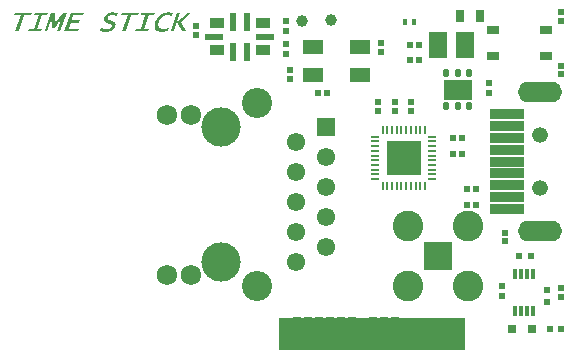
<source format=gts>
G04*
G04 #@! TF.GenerationSoftware,Altium Limited,Altium Designer,24.1.2 (44)*
G04*
G04 Layer_Color=8388736*
%FSLAX44Y44*%
%MOMM*%
G71*
G04*
G04 #@! TF.SameCoordinates,BDBBCEB5-9933-478C-A866-C286992FDBA5*
G04*
G04*
G04 #@! TF.FilePolarity,Negative*
G04*
G01*
G75*
%ADD22R,0.4725X0.5153*%
%ADD23R,1.1938X0.8890*%
%ADD24R,1.4986X0.5588*%
%ADD25R,0.5588X1.4986*%
%ADD26R,0.5725X0.6153*%
%ADD27R,0.4725X0.5811*%
%ADD29R,0.6000X0.5000*%
%ADD30R,0.8000X0.8000*%
%ADD31R,0.5000X0.6000*%
%ADD33R,0.5153X0.4725*%
%ADD34C,1.0000*%
%ADD35R,0.5200X0.5200*%
%ADD36R,1.8000X1.2000*%
%ADD38R,0.4000X0.5000*%
%ADD40R,0.5621X0.5596*%
%ADD42R,1.5549X2.3062*%
%ADD45R,15.8500X2.8250*%
%ADD46R,0.3760X0.9260*%
%ADD47R,0.6260X0.5760*%
%ADD48R,2.8560X0.8760*%
%ADD49R,0.2760X0.6760*%
%ADD50R,0.6760X0.2760*%
%ADD51R,2.8760X2.8760*%
%ADD52R,0.7260X1.1260*%
%ADD53R,1.0760X0.7760*%
%ADD54O,0.4760X0.7760*%
%ADD55R,2.4760X1.7260*%
%ADD56R,0.6700X2.2450*%
%ADD57C,3.3260*%
%ADD58R,1.5540X1.5540*%
%ADD59C,1.5540*%
%ADD60C,1.7260*%
%ADD61C,2.5510*%
%ADD62C,2.6018*%
%ADD63R,2.4248X2.4248*%
%ADD64O,3.7360X1.7360*%
%ADD65C,1.3260*%
%ADD66C,0.5760*%
G36*
X571867Y786727D02*
X572052D01*
X572307Y786704D01*
X572561Y786681D01*
X572862Y786657D01*
X573209Y786611D01*
X573556Y786542D01*
X573950Y786496D01*
X574343Y786403D01*
X575222Y786218D01*
X576148Y785940D01*
X575292Y783464D01*
X575268Y783487D01*
X575176Y783511D01*
X575037Y783557D01*
X574875Y783626D01*
X574644Y783696D01*
X574389Y783788D01*
X574088Y783881D01*
X573764Y783973D01*
X573070Y784158D01*
X572307Y784320D01*
X571543Y784436D01*
X571150Y784482D01*
X570664D01*
X570502Y784459D01*
X570317D01*
X570085Y784436D01*
X569808Y784390D01*
X569229Y784251D01*
X568928Y784135D01*
X568604Y784019D01*
X568303Y783858D01*
X568026Y783672D01*
X567771Y783464D01*
X567540Y783210D01*
X567332Y782909D01*
X567193Y782585D01*
Y782562D01*
X567170Y782446D01*
X567123Y782307D01*
Y782122D01*
X567100Y781937D01*
X567146Y781706D01*
X567193Y781497D01*
X567309Y781312D01*
X567332Y781289D01*
X567378Y781243D01*
X567494Y781127D01*
X567679Y781011D01*
X567910Y780873D01*
X568211Y780687D01*
X568604Y780502D01*
X568812Y780387D01*
X569067Y780294D01*
X570525Y779716D01*
X571774Y779230D01*
X571797Y779206D01*
X571890Y779183D01*
X572052Y779091D01*
X572214Y778998D01*
X572422Y778859D01*
X572654Y778698D01*
X572885Y778512D01*
X573140Y778281D01*
X573348Y778003D01*
X573556Y777702D01*
X573718Y777378D01*
X573834Y776985D01*
X573926Y776592D01*
Y776129D01*
X573857Y775643D01*
X573811Y775388D01*
X573718Y775111D01*
Y775088D01*
X573672Y775018D01*
X573625Y774903D01*
X573556Y774741D01*
X573464Y774556D01*
X573348Y774324D01*
X573209Y774070D01*
X573047Y773815D01*
X572862Y773537D01*
X572654Y773237D01*
X572399Y772936D01*
X572122Y772635D01*
X571821Y772334D01*
X571474Y772033D01*
X571103Y771756D01*
X570710Y771501D01*
X570687Y771478D01*
X570617Y771455D01*
X570479Y771385D01*
X570317Y771293D01*
X570108Y771200D01*
X569854Y771085D01*
X569553Y770969D01*
X569229Y770853D01*
X568859Y770714D01*
X568465Y770599D01*
X568026Y770483D01*
X567586Y770390D01*
X567100Y770298D01*
X566591Y770229D01*
X566059Y770205D01*
X565527Y770182D01*
X565318D01*
X565157Y770205D01*
X564971D01*
X564717Y770229D01*
X564439Y770252D01*
X564138Y770298D01*
X563768Y770344D01*
X563398Y770414D01*
X562981Y770483D01*
X562519Y770552D01*
X562033Y770668D01*
X561524Y770784D01*
X560991Y770923D01*
X560436Y771085D01*
X561385Y773885D01*
X561408Y773861D01*
X561524Y773815D01*
X561662Y773746D01*
X561871Y773653D01*
X562125Y773560D01*
X562426Y773422D01*
X562750Y773306D01*
X563120Y773167D01*
X563514Y773028D01*
X563907Y772913D01*
X564740Y772681D01*
X565157Y772589D01*
X565573Y772519D01*
X565989Y772473D01*
X566383Y772450D01*
X566661D01*
X566799Y772473D01*
X566961D01*
X567355Y772519D01*
X567794Y772612D01*
X568280Y772704D01*
X568743Y772866D01*
X569206Y773075D01*
X569229D01*
X569252Y773098D01*
X569391Y773190D01*
X569599Y773329D01*
X569831Y773514D01*
X570108Y773746D01*
X570340Y774046D01*
X570571Y774370D01*
X570733Y774741D01*
Y774764D01*
X570756Y774856D01*
X570802Y774995D01*
Y775180D01*
Y775365D01*
X570779Y775551D01*
X570710Y775759D01*
X570594Y775944D01*
X570571Y775967D01*
X570502Y776036D01*
X570386Y776129D01*
X570201Y776268D01*
X569923Y776430D01*
X569761Y776522D01*
X569576Y776638D01*
X569368Y776731D01*
X569113Y776846D01*
X568859Y776985D01*
X568558Y777101D01*
X567031Y777749D01*
X567008D01*
X566938Y777795D01*
X566846Y777841D01*
X566707Y777888D01*
X566545Y777980D01*
X566360Y778073D01*
X565966Y778281D01*
X565504Y778559D01*
X565087Y778859D01*
X564694Y779206D01*
X564532Y779369D01*
X564393Y779554D01*
X564370Y779600D01*
X564300Y779739D01*
X564231Y779947D01*
X564161Y780248D01*
X564092Y780618D01*
Y781058D01*
X564161Y781590D01*
X564231Y781868D01*
X564324Y782168D01*
Y782191D01*
X564370Y782261D01*
X564416Y782377D01*
X564462Y782539D01*
X564555Y782701D01*
X564647Y782932D01*
X564786Y783163D01*
X564925Y783418D01*
X565110Y783672D01*
X565295Y783950D01*
X565504Y784228D01*
X565758Y784505D01*
X566013Y784783D01*
X566314Y785061D01*
X566614Y785315D01*
X566961Y785547D01*
X566984Y785570D01*
X567054Y785593D01*
X567146Y785662D01*
X567309Y785732D01*
X567494Y785824D01*
X567702Y785917D01*
X567956Y786033D01*
X568234Y786148D01*
X568558Y786264D01*
X568905Y786380D01*
X569275Y786472D01*
X569669Y786565D01*
X570108Y786634D01*
X570548Y786704D01*
X571011Y786727D01*
X571497Y786750D01*
X571705D01*
X571867Y786727D01*
D02*
G37*
G36*
X619141D02*
X619372Y786704D01*
X619627Y786681D01*
X619904Y786657D01*
X620228Y786611D01*
X620552Y786565D01*
X621293Y786426D01*
X622103Y786218D01*
X622936Y785963D01*
X622056Y783372D01*
X622033Y783395D01*
X621964Y783418D01*
X621825Y783464D01*
X621663Y783557D01*
X621455Y783626D01*
X621223Y783719D01*
X620946Y783834D01*
X620645Y783927D01*
X620321Y784043D01*
X619997Y784135D01*
X619256Y784320D01*
X618516Y784436D01*
X618123Y784459D01*
X617752Y784482D01*
X617521D01*
X617359Y784459D01*
X617174Y784436D01*
X616919Y784390D01*
X616665Y784343D01*
X616364Y784274D01*
X616040Y784182D01*
X615716Y784066D01*
X615346Y783927D01*
X614976Y783765D01*
X614605Y783580D01*
X614212Y783348D01*
X613842Y783094D01*
X613448Y782793D01*
X613425Y782770D01*
X613356Y782724D01*
X613263Y782631D01*
X613125Y782492D01*
X612939Y782330D01*
X612754Y782122D01*
X612546Y781891D01*
X612315Y781636D01*
X612083Y781335D01*
X611852Y781011D01*
X611597Y780664D01*
X611366Y780294D01*
X611134Y779901D01*
X610903Y779461D01*
X610718Y779021D01*
X610533Y778536D01*
Y778512D01*
X610487Y778420D01*
X610463Y778281D01*
X610417Y778096D01*
X610348Y777865D01*
X610302Y777610D01*
X610255Y777332D01*
X610209Y777008D01*
X610186Y776337D01*
Y775967D01*
X610232Y775597D01*
X610302Y775250D01*
X610394Y774903D01*
X610533Y774556D01*
X610718Y774232D01*
X610741Y774208D01*
X610764Y774162D01*
X610834Y774070D01*
X610926Y773977D01*
X611065Y773861D01*
X611204Y773723D01*
X611389Y773560D01*
X611597Y773422D01*
X611852Y773260D01*
X612106Y773098D01*
X612430Y772959D01*
X612754Y772843D01*
X613125Y772751D01*
X613541Y772658D01*
X613981Y772612D01*
X614443Y772589D01*
X614605D01*
X614744Y772612D01*
X614906D01*
X615115Y772635D01*
X615346Y772658D01*
X615600Y772704D01*
X615901Y772751D01*
X616248Y772797D01*
X616595Y772866D01*
X617012Y772959D01*
X617428Y773052D01*
X617891Y773167D01*
X618377Y773306D01*
X618886Y773468D01*
X618099Y771085D01*
X618076D01*
X617961Y771038D01*
X617822Y770992D01*
X617613Y770946D01*
X617359Y770876D01*
X617081Y770807D01*
X616734Y770714D01*
X616387Y770645D01*
X615994Y770552D01*
X615600Y770460D01*
X614744Y770321D01*
X613888Y770229D01*
X613055Y770182D01*
X612893D01*
X612708Y770205D01*
X612453Y770229D01*
X612130Y770252D01*
X611782Y770298D01*
X611389Y770367D01*
X610973Y770460D01*
X610533Y770575D01*
X610093Y770738D01*
X609654Y770923D01*
X609214Y771131D01*
X608797Y771385D01*
X608404Y771686D01*
X608057Y772033D01*
X607733Y772427D01*
X607710Y772450D01*
X607664Y772542D01*
X607594Y772658D01*
X607525Y772843D01*
X607409Y773075D01*
X607317Y773329D01*
X607224Y773653D01*
X607131Y774023D01*
X607039Y774440D01*
X606992Y774880D01*
X606969Y775365D01*
Y775898D01*
X607016Y776476D01*
X607108Y777078D01*
X607247Y777726D01*
X607455Y778397D01*
X607478Y778443D01*
X607525Y778559D01*
X607594Y778744D01*
X607710Y779021D01*
X607849Y779322D01*
X608011Y779693D01*
X608219Y780086D01*
X608474Y780549D01*
X608751Y781011D01*
X609052Y781497D01*
X609422Y781983D01*
X609815Y782492D01*
X610232Y783001D01*
X610718Y783487D01*
X611227Y783973D01*
X611782Y784413D01*
X611829Y784436D01*
X611921Y784505D01*
X612083Y784621D01*
X612315Y784783D01*
X612615Y784945D01*
X612962Y785153D01*
X613356Y785362D01*
X613796Y785593D01*
X614281Y785801D01*
X614814Y786010D01*
X615369Y786218D01*
X615971Y786380D01*
X616572Y786542D01*
X617220Y786657D01*
X617891Y786727D01*
X618585Y786750D01*
X618956D01*
X619141Y786727D01*
D02*
G37*
G36*
X628998Y778906D02*
X633533Y770552D01*
X630340D01*
X626198Y778350D01*
X623560Y770552D01*
X620691D01*
X626059Y786380D01*
X628929D01*
X626383Y778859D01*
X634968Y786380D01*
X637722D01*
X628998Y778906D01*
D02*
G37*
G36*
X527185Y770552D02*
X524755D01*
X528816Y782504D01*
X522811Y773792D01*
X520451D01*
X520309Y782271D01*
X516332Y770552D01*
X514180D01*
X519549Y786380D01*
X522835D01*
X522988Y777409D01*
X529152Y786380D01*
X532553D01*
X527185Y770552D01*
D02*
G37*
G36*
X606252Y784112D02*
X602133D01*
X598292Y772820D01*
X602411D01*
X601647Y770552D01*
X590540D01*
X591304Y772820D01*
X595423D01*
X599264Y784112D01*
X595145D01*
X595909Y786380D01*
X607016D01*
X606252Y784112D01*
D02*
G37*
G36*
X592970D02*
X587070D01*
X582465Y770552D01*
X579595D01*
X584200Y784112D01*
X578300D01*
X579063Y786380D01*
X593734D01*
X592970Y784112D01*
D02*
G37*
G36*
X546205D02*
X538199D01*
X536788Y779970D01*
X543567D01*
X542804Y777702D01*
X536024D01*
X534358Y772820D01*
X542920D01*
X542156Y770552D01*
X530725D01*
X536093Y786380D01*
X546969D01*
X546205Y784112D01*
D02*
G37*
G36*
X515731D02*
X511612D01*
X507771Y772820D01*
X511890D01*
X511126Y770552D01*
X500019D01*
X500783Y772820D01*
X504902D01*
X508743Y784112D01*
X504624D01*
X505387Y786380D01*
X516494D01*
X515731Y784112D01*
D02*
G37*
G36*
X502449D02*
X496548D01*
X491943Y770552D01*
X489074D01*
X493679Y784112D01*
X487778D01*
X488542Y786380D01*
X503212D01*
X502449Y784112D01*
D02*
G37*
D22*
X641750Y775036D02*
D03*
Y767464D02*
D03*
X951250Y545464D02*
D03*
Y553036D02*
D03*
X796290Y711176D02*
D03*
Y703604D02*
D03*
X810260Y711176D02*
D03*
Y703604D02*
D03*
X824230Y711176D02*
D03*
Y703604D02*
D03*
X951230Y787351D02*
D03*
Y779780D02*
D03*
D23*
X660000Y777500D02*
D03*
X698500D02*
D03*
Y754500D02*
D03*
X660000D02*
D03*
D24*
X657660Y766000D02*
D03*
X700840D02*
D03*
D25*
X673250Y778573D02*
D03*
X685250D02*
D03*
Y753427D02*
D03*
X673250D02*
D03*
D26*
X718000Y771214D02*
D03*
Y779786D02*
D03*
X718250Y759786D02*
D03*
Y751214D02*
D03*
X901000Y546464D02*
D03*
Y555036D02*
D03*
D27*
X903750Y600155D02*
D03*
Y592845D02*
D03*
X951230Y741525D02*
D03*
Y734215D02*
D03*
D29*
X939000Y541500D02*
D03*
Y551500D02*
D03*
D30*
X926250Y518250D02*
D03*
X909750D02*
D03*
D31*
X941500Y518500D02*
D03*
X951500D02*
D03*
X925750Y580390D02*
D03*
X915750D02*
D03*
D33*
X830536Y746250D02*
D03*
X822964D02*
D03*
X822984Y759460D02*
D03*
X830556D02*
D03*
X867386Y680720D02*
D03*
X859814D02*
D03*
X867386Y666750D02*
D03*
X859814D02*
D03*
X871244Y637540D02*
D03*
X878816D02*
D03*
X871244Y623570D02*
D03*
X878816D02*
D03*
D34*
X731520Y779780D02*
D03*
X756500Y780500D02*
D03*
D35*
X721360Y730060D02*
D03*
Y738060D02*
D03*
X798830Y760920D02*
D03*
Y752920D02*
D03*
D36*
X780730Y757490D02*
D03*
X740730D02*
D03*
Y733490D02*
D03*
X780730D02*
D03*
D38*
X826770Y778700D02*
D03*
X818770D02*
D03*
D40*
X890270Y726643D02*
D03*
Y718617D02*
D03*
D42*
X847263Y759460D02*
D03*
X869777D02*
D03*
D45*
X790750Y514625D02*
D03*
D46*
X927500Y534000D02*
D03*
X922500D02*
D03*
X917500D02*
D03*
X912500D02*
D03*
Y565500D02*
D03*
X917500D02*
D03*
X922500D02*
D03*
X927500D02*
D03*
D47*
X753050Y718820D02*
D03*
X745550D02*
D03*
D48*
X905050Y700400D02*
D03*
Y620400D02*
D03*
Y690400D02*
D03*
Y680400D02*
D03*
Y670400D02*
D03*
Y660400D02*
D03*
Y650400D02*
D03*
Y640400D02*
D03*
Y630400D02*
D03*
D49*
X800010Y639480D02*
D03*
X804010D02*
D03*
X808010D02*
D03*
X812010D02*
D03*
X816010D02*
D03*
X820010D02*
D03*
X824010D02*
D03*
X828010D02*
D03*
X832010D02*
D03*
X836010D02*
D03*
Y687480D02*
D03*
X832010D02*
D03*
X828010D02*
D03*
X824010D02*
D03*
X820010D02*
D03*
X816010D02*
D03*
X812010D02*
D03*
X808010D02*
D03*
X804010D02*
D03*
X800010D02*
D03*
D50*
X842010Y645480D02*
D03*
Y649480D02*
D03*
Y653480D02*
D03*
Y657480D02*
D03*
Y661480D02*
D03*
Y665480D02*
D03*
Y669480D02*
D03*
Y673480D02*
D03*
Y677480D02*
D03*
Y681480D02*
D03*
X794010D02*
D03*
Y677480D02*
D03*
Y673480D02*
D03*
Y669480D02*
D03*
Y665480D02*
D03*
Y661480D02*
D03*
Y657480D02*
D03*
Y653480D02*
D03*
Y649480D02*
D03*
Y645480D02*
D03*
D51*
X818010Y663480D02*
D03*
D52*
X882260Y783590D02*
D03*
X865260D02*
D03*
D53*
X938170Y749980D02*
D03*
X893170D02*
D03*
X938170Y771480D02*
D03*
X893170D02*
D03*
D54*
X873100Y735610D02*
D03*
X863600D02*
D03*
X854100D02*
D03*
Y707110D02*
D03*
X863600D02*
D03*
X873100D02*
D03*
D55*
X863600Y721360D02*
D03*
D56*
X791735Y517680D02*
D03*
X810558D02*
D03*
X801146D02*
D03*
X764896D02*
D03*
X774308D02*
D03*
X746073D02*
D03*
X755485D02*
D03*
X736662D02*
D03*
X727250D02*
D03*
D57*
X662940Y689610D02*
D03*
Y575310D02*
D03*
D58*
X751840Y689610D02*
D03*
D59*
X726440Y676910D02*
D03*
X751840Y664210D02*
D03*
X726440Y651510D02*
D03*
X751840Y638810D02*
D03*
X726440Y626110D02*
D03*
X751840Y613410D02*
D03*
X726440Y600710D02*
D03*
X751840Y588010D02*
D03*
X726440Y575310D02*
D03*
D60*
X637540Y700260D02*
D03*
X617240D02*
D03*
X637540Y564660D02*
D03*
X617240D02*
D03*
D61*
X693440Y709910D02*
D03*
Y555010D02*
D03*
D62*
X821350Y605900D02*
D03*
X872150D02*
D03*
X821350Y555100D02*
D03*
X872150D02*
D03*
D63*
X846750Y580500D02*
D03*
D64*
X933450Y601900D02*
D03*
Y718900D02*
D03*
D65*
Y637900D02*
D03*
Y682900D02*
D03*
D66*
X869100Y721360D02*
D03*
X858100D02*
D03*
M02*

</source>
